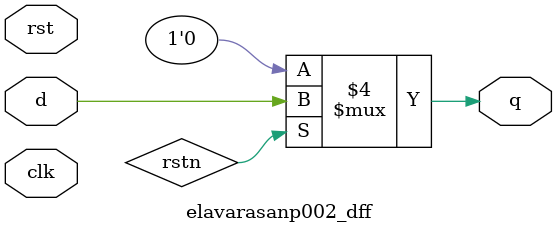
<source format=v>
module elavarasanp002_dff (input d,  
              input rst,  
              input clk,  
              output reg q);  
  
    always @ (clk)  
       if (!rstn)  
          q <= 0;  
       else  
          q <= d;  
endmodule  
</source>
